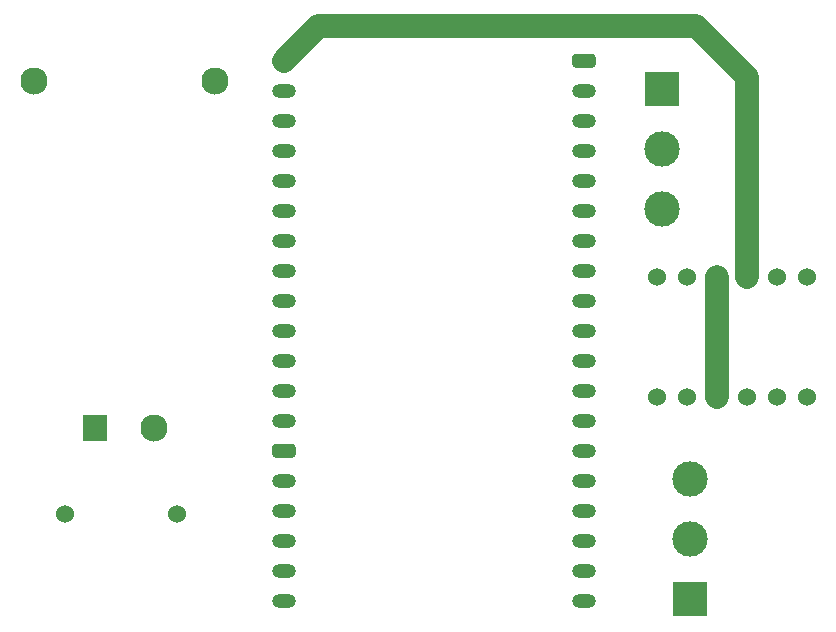
<source format=gbr>
%TF.GenerationSoftware,KiCad,Pcbnew,(5.1.12)-1*%
%TF.CreationDate,2021-12-24T09:33:47+00:00*%
%TF.ProjectId,ledDeviceServerEsp32Pio,6c656444-6576-4696-9365-536572766572,rev?*%
%TF.SameCoordinates,Original*%
%TF.FileFunction,Copper,L1,Top*%
%TF.FilePolarity,Positive*%
%FSLAX46Y46*%
G04 Gerber Fmt 4.6, Leading zero omitted, Abs format (unit mm)*
G04 Created by KiCad (PCBNEW (5.1.12)-1) date 2021-12-24 09:33:47*
%MOMM*%
%LPD*%
G01*
G04 APERTURE LIST*
%TA.AperFunction,ComponentPad*%
%ADD10R,3.000000X3.000000*%
%TD*%
%TA.AperFunction,ComponentPad*%
%ADD11C,3.000000*%
%TD*%
%TA.AperFunction,ComponentPad*%
%ADD12C,1.524000*%
%TD*%
%TA.AperFunction,ComponentPad*%
%ADD13C,2.300000*%
%TD*%
%TA.AperFunction,ComponentPad*%
%ADD14R,2.000000X2.300000*%
%TD*%
%TA.AperFunction,ComponentPad*%
%ADD15O,2.000000X1.200000*%
%TD*%
%TA.AperFunction,Conductor*%
%ADD16C,2.000000*%
%TD*%
G04 APERTURE END LIST*
D10*
%TO.P,JStrip1,1*%
%TO.N,/DATA1*%
X73406000Y-26543000D03*
D11*
%TO.P,JStrip1,2*%
%TO.N,/CLOCK1*%
X73406000Y-31623000D03*
%TO.P,JStrip1,3*%
%TO.N,GND*%
X73406000Y-36703000D03*
%TD*%
D12*
%TO.P,JAC1,1*%
%TO.N,Net-(JAC1-Pad1)*%
X32385000Y-62484000D03*
%TO.P,JAC1,2*%
%TO.N,Net-(JAC1-Pad2)*%
X22885000Y-62484000D03*
%TD*%
D13*
%TO.P,PS1,3*%
%TO.N,GND*%
X20200000Y-25845000D03*
D14*
%TO.P,PS1,1*%
%TO.N,Net-(JAC1-Pad2)*%
X25400000Y-55245000D03*
D13*
%TO.P,PS1,2*%
%TO.N,Net-(JAC1-Pad1)*%
X30400000Y-55245000D03*
%TO.P,PS1,4*%
%TO.N,Net-(PS1-Pad4)*%
X35600000Y-25845000D03*
%TD*%
D15*
%TO.P,U1,1*%
%TO.N,Net-(U1-Pad1)*%
X41405680Y-24132720D03*
%TO.P,U1,2*%
%TO.N,N/C*%
X41405680Y-26672720D03*
%TO.P,U1,3*%
X41405680Y-29212720D03*
%TO.P,U1,4*%
X41405680Y-31752720D03*
%TO.P,U1,5*%
X41405680Y-34292720D03*
%TO.P,U1,6*%
X41405680Y-36832720D03*
%TO.P,U1,7*%
X41405680Y-39372720D03*
%TO.P,U1,8*%
X41405680Y-41912720D03*
%TO.P,U1,9*%
X41405680Y-44452720D03*
%TO.P,U1,10*%
X41405680Y-46992720D03*
%TO.P,U1,11*%
X41405680Y-49532720D03*
%TO.P,U1,12*%
X41405680Y-52072720D03*
%TO.P,U1,13*%
X41405680Y-54612720D03*
%TO.P,U1,14*%
%TO.N,GND*%
%TA.AperFunction,ComponentPad*%
G36*
G01*
X40705680Y-56552720D02*
X42105680Y-56552720D01*
G75*
G02*
X42405680Y-56852720I0J-300000D01*
G01*
X42405680Y-57452720D01*
G75*
G02*
X42105680Y-57752720I-300000J0D01*
G01*
X40705680Y-57752720D01*
G75*
G02*
X40405680Y-57452720I0J300000D01*
G01*
X40405680Y-56852720D01*
G75*
G02*
X40705680Y-56552720I300000J0D01*
G01*
G37*
%TD.AperFunction*%
%TO.P,U1,15*%
%TO.N,N/C*%
X41405680Y-59692720D03*
%TO.P,U1,16*%
X41405680Y-62232720D03*
%TO.P,U1,17*%
X41405680Y-64772720D03*
%TO.P,U1,18*%
X41405680Y-67312720D03*
%TO.P,U1,19*%
%TO.N,Net-(PS1-Pad4)*%
X41405680Y-69852720D03*
%TO.P,U1,20*%
%TO.N,N/C*%
X66802000Y-69850000D03*
%TO.P,U1,21*%
X66802000Y-67310000D03*
%TO.P,U1,22*%
X66805680Y-64772720D03*
%TO.P,U1,23*%
X66805680Y-62232720D03*
%TO.P,U1,24*%
X66805680Y-59692720D03*
%TO.P,U1,25*%
X66805680Y-57152720D03*
%TO.P,U1,26*%
X66805680Y-54612720D03*
%TO.P,U1,27*%
%TO.N,Net-(U1-Pad27)*%
X66805680Y-52072720D03*
%TO.P,U1,28*%
%TO.N,Net-(U1-Pad28)*%
X66805680Y-49532720D03*
%TO.P,U1,29*%
%TO.N,N/C*%
X66805680Y-46992720D03*
%TO.P,U1,30*%
%TO.N,Net-(U1-Pad30)*%
X66805680Y-44452720D03*
%TO.P,U1,31*%
%TO.N,Net-(U1-Pad31)*%
X66805680Y-41912720D03*
%TO.P,U1,32*%
%TO.N,GND*%
X66805680Y-39372720D03*
%TO.P,U1,33*%
%TO.N,N/C*%
X66805680Y-36832720D03*
%TO.P,U1,34*%
X66805680Y-34292720D03*
%TO.P,U1,35*%
X66805680Y-31752720D03*
%TO.P,U1,36*%
X66805680Y-29212720D03*
%TO.P,U1,37*%
X66805680Y-26672720D03*
%TO.P,U1,38*%
%TA.AperFunction,ComponentPad*%
G36*
G01*
X66105680Y-23532720D02*
X67505680Y-23532720D01*
G75*
G02*
X67805680Y-23832720I0J-300000D01*
G01*
X67805680Y-24432720D01*
G75*
G02*
X67505680Y-24732720I-300000J0D01*
G01*
X66105680Y-24732720D01*
G75*
G02*
X65805680Y-24432720I0J300000D01*
G01*
X65805680Y-23832720D01*
G75*
G02*
X66105680Y-23532720I300000J0D01*
G01*
G37*
%TD.AperFunction*%
%TD*%
D12*
%TO.P,U2,11*%
%TO.N,/CLOCK2*%
X73025000Y-52578000D03*
%TO.P,U2,10*%
%TO.N,Net-(U1-Pad31)*%
X73025000Y-42418000D03*
%TO.P,U2,9*%
%TO.N,/DATA2*%
X75565000Y-52578000D03*
%TO.P,U2,8*%
%TO.N,Net-(U1-Pad30)*%
X75565000Y-42418000D03*
%TO.P,U2,7*%
%TO.N,/CLOCK1*%
X83185000Y-52578000D03*
%TO.P,U2,6*%
%TO.N,Net-(U1-Pad28)*%
X83185000Y-42418000D03*
%TO.P,U2,5*%
%TO.N,/DATA1*%
X85725000Y-52578000D03*
%TO.P,U2,4*%
%TO.N,Net-(U1-Pad27)*%
X85725000Y-42418000D03*
%TO.P,U2,3*%
%TO.N,GND*%
X78105000Y-52578000D03*
X78105000Y-42418000D03*
%TO.P,U2,2*%
%TO.N,Net-(PS1-Pad4)*%
X80645000Y-52578000D03*
%TO.P,U2,1*%
%TO.N,Net-(U1-Pad1)*%
X80645000Y-42418000D03*
%TD*%
D10*
%TO.P,JStrip2,1*%
%TO.N,/DATA2*%
X75819000Y-69723000D03*
D11*
%TO.P,JStrip2,2*%
%TO.N,/CLOCK2*%
X75819000Y-64643000D03*
%TO.P,JStrip2,3*%
%TO.N,GND*%
X75819000Y-59563000D03*
%TD*%
D16*
%TO.N,GND*%
X78105000Y-42418000D02*
X78105000Y-52578000D01*
%TO.N,Net-(U1-Pad1)*%
X80645000Y-42418000D02*
X80645000Y-25527000D01*
X80645000Y-25527000D02*
X76327000Y-21209000D01*
X44329400Y-21209000D02*
X41405680Y-24132720D01*
X76327000Y-21209000D02*
X44329400Y-21209000D01*
%TD*%
M02*

</source>
